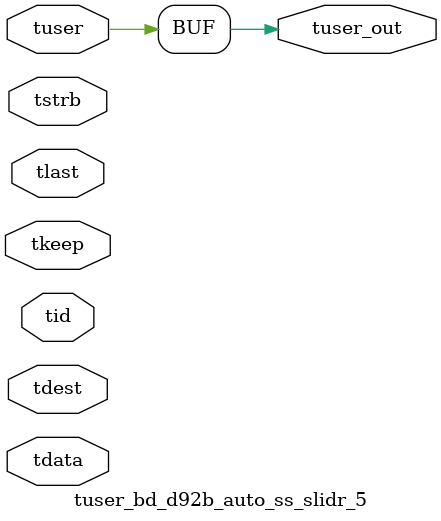
<source format=v>


`timescale 1ps/1ps

module tuser_bd_d92b_auto_ss_slidr_5 #
(
parameter C_S_AXIS_TUSER_WIDTH = 1,
parameter C_S_AXIS_TDATA_WIDTH = 32,
parameter C_S_AXIS_TID_WIDTH   = 0,
parameter C_S_AXIS_TDEST_WIDTH = 0,
parameter C_M_AXIS_TUSER_WIDTH = 1
)
(
input  [(C_S_AXIS_TUSER_WIDTH == 0 ? 1 : C_S_AXIS_TUSER_WIDTH)-1:0     ] tuser,
input  [(C_S_AXIS_TDATA_WIDTH == 0 ? 1 : C_S_AXIS_TDATA_WIDTH)-1:0     ] tdata,
input  [(C_S_AXIS_TID_WIDTH   == 0 ? 1 : C_S_AXIS_TID_WIDTH)-1:0       ] tid,
input  [(C_S_AXIS_TDEST_WIDTH == 0 ? 1 : C_S_AXIS_TDEST_WIDTH)-1:0     ] tdest,
input  [(C_S_AXIS_TDATA_WIDTH/8)-1:0 ] tkeep,
input  [(C_S_AXIS_TDATA_WIDTH/8)-1:0 ] tstrb,
input                                                                    tlast,
output [C_M_AXIS_TUSER_WIDTH-1:0] tuser_out
);

assign tuser_out = {tuser[0:0]};

endmodule


</source>
